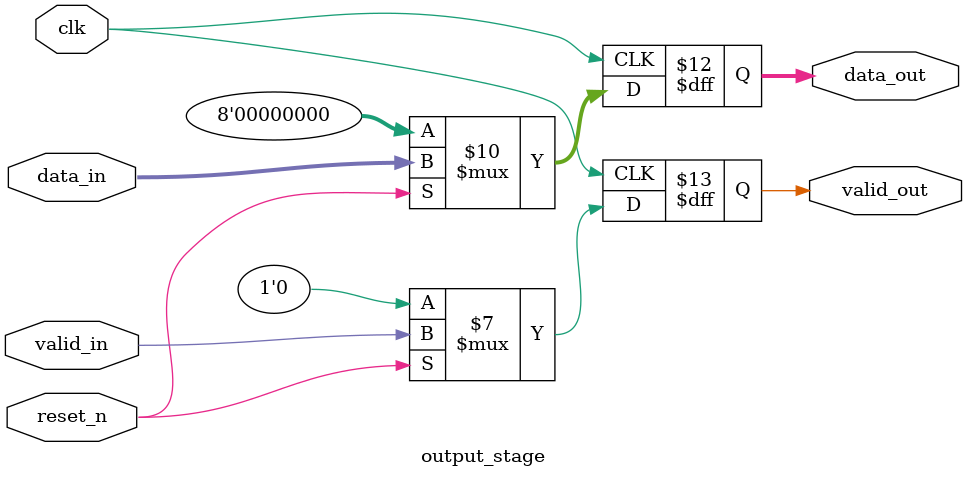
<source format=sv>
module IVMU_ReqQueue_Pipelined_Hierarchical #(parameter DEPTH = 4) (
    input clk,
    input reset_n, // Active low reset
    input rd_en,
    input [7:0] irq,
    input input_valid, // Signal indicating valid input request
    output [7:0] next_irq,
    output valid_out // Signal indicating valid output data
);

    // Internal wires connecting pipeline stages
    wire rd_en_q1;
    wire [7:0] irq_q1;
    wire valid_q1;

    wire [7:0] queue_head_q2_comb; // Combinatorial read from queue head after update
    wire valid_q2;                 // Registered valid signal after queue stage

    wire [7:0] next_irq_q3;
    wire valid_q3;

    // Stage 1: Input Registration
    // Registers incoming request signals.
    input_stage #(
        .DATA_WIDTH(8)
    ) u_input_stage (
        .clk         (clk),
        .reset_n     (reset_n),
        .rd_en_in    (rd_en),
        .data_in     (irq),
        .valid_in    (input_valid),
        .rd_en_out   (rd_en_q1),
        .data_out    (irq_q1),
        .valid_out   (valid_q1)
    );

    // Stage 2: Queue Logic and State
    // Manages the queue array based on registered inputs.
    queue_logic #(
        .DEPTH      (DEPTH),
        .DATA_WIDTH (8)
    ) u_queue_logic (
        .clk              (clk),
        .reset_n          (reset_n),
        .rd_en_q1         (rd_en_q1),
        .irq_q1           (irq_q1),
        .valid_q1         (valid_q1),
        .queue_head_out   (queue_head_q2_comb), // Combinatorial output
        .valid_q2         (valid_q2)            // Registered output
    );

    // Stage 3: Output Registration
    // Registers the head of the queue and the valid signal from the queue stage.
    output_stage #(
        .DATA_WIDTH(8)
    ) u_output_stage (
        .clk       (clk),
        .reset_n   (reset_n),
        .data_in   (queue_head_q2_comb), // Data from combinatorial read of queue head
        .valid_in  (valid_q2),           // Valid signal from queue stage
        .data_out  (next_irq_q3),
        .valid_out (valid_q3)
    );

    // Final output assignments
    assign next_irq = next_irq_q3;
    assign valid_out = valid_q3;

endmodule

//=============================================================================
// Submodule: input_stage
// Registers the incoming request signals.
//=============================================================================
module input_stage #(parameter DATA_WIDTH = 8) (
    input clk,
    input reset_n,
    input rd_en_in,
    input [DATA_WIDTH-1:0] data_in,
    input valid_in,
    output reg rd_en_out,
    output reg [DATA_WIDTH-1:0] data_out,
    output reg valid_out
);

    always @(posedge clk) begin
        if (!reset_n) begin
            rd_en_out <= 1'b0;
            data_out <= {DATA_WIDTH{1'b0}};
            valid_out <= 1'b0;
        end else begin
            rd_en_out <= rd_en_in;
            data_out <= data_in;
            valid_out <= valid_in;
        end
    end

endmodule

//=============================================================================
// Submodule: queue_logic
// Implements the queue state and update logic.
// Contains the main queue array and performs enqueue/dequeue operations.
// Outputs the head of the queue combinatorially after update.
//=============================================================================
module queue_logic #(parameter DEPTH = 4, parameter DATA_WIDTH = 8) (
    input clk,
    input reset_n,
    input rd_en_q1,  // Registered read enable from stage 1
    input [DATA_WIDTH-1:0] irq_q1, // Registered data from stage 1
    input valid_q1,  // Registered valid from stage 1
    output [DATA_WIDTH-1:0] queue_head_out, // Combinatorial read of queue[0]
    output reg valid_q2     // Registered valid signal for next stage
);

    reg [DATA_WIDTH-1:0] queue [0:DEPTH-1];
    integer i;

    always @(posedge clk) begin
        if (!reset_n) begin
            // Reset queue state
            for (i = 0; i < DEPTH; i = i + 1) begin
                queue[i] <= {DATA_WIDTH{1'b0}};
            end
            valid_q2 <= 1'b0;
        end else begin
            valid_q2 <= valid_q1; // Propagate valid signal from Stage 1

            if (valid_q1) begin // Only update queue if Stage 1 had a valid input
                if (rd_en_q1) begin
                    // Dequeue operation (shift left)
                    for (i = 0; i < DEPTH-1; i = i + 1) begin
                        queue[i] <= queue[i+1];
                    end
                    queue[DEPTH-1] <= {DATA_WIDTH{1'b0}}; // Clear the last element
                end else begin
                    // Enqueue operation (shift right)
                    for (i = DEPTH-1; i > 0; i = i - 1) begin
                        queue[i] <= queue[i-1];
                    end
                    queue[0] <= irq_q1; // Insert new element at the head
                end
            end
            // If valid_q1 is low, the queue state is held (no operation performed).
        end
    end

    // Combinatorial read of the queue head *after* the potential update
    assign queue_head_out = queue[0];

endmodule

//=============================================================================
// Submodule: output_stage
// Registers the final output data and valid signal.
//=============================================================================
module output_stage #(parameter DATA_WIDTH = 8) (
    input clk,
    input reset_n,
    input [DATA_WIDTH-1:0] data_in,
    input valid_in,
    output reg [DATA_WIDTH-1:0] data_out,
    output reg valid_out
);

    always @(posedge clk) begin
        if (!reset_n) begin
            data_out <= {DATA_WIDTH{1'b0}};
            valid_out <= 1'b0;
        end else begin
            data_out <= data_in;
            valid_out <= valid_in;
        end
    end

endmodule
</source>
